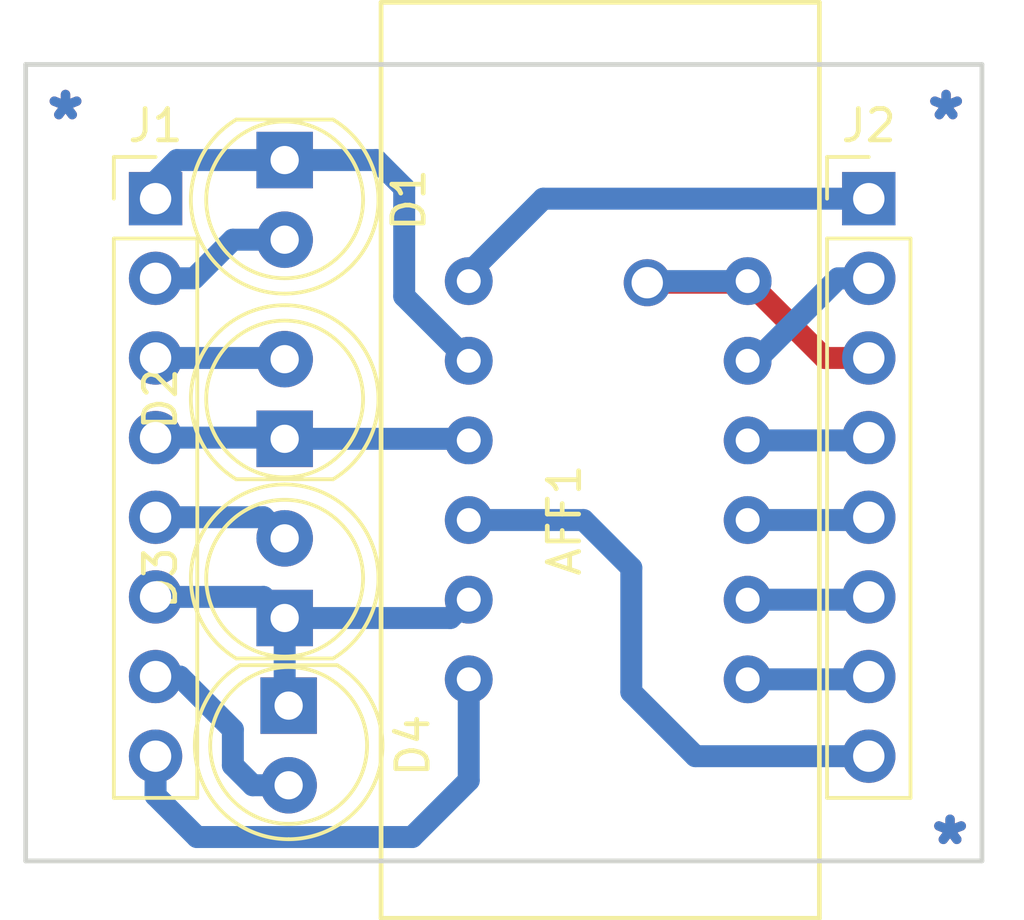
<source format=kicad_pcb>
(kicad_pcb (version 4) (host pcbnew 4.0.7)

  (general
    (links 20)
    (no_connects 0)
    (area 21.966667 43.463799 54.766534 73.223801)
    (thickness 1.6)
    (drawings 10)
    (tracks 61)
    (zones 0)
    (modules 7)
    (nets 17)
  )

  (page A4)
  (layers
    (0 F.Cu signal)
    (31 B.Cu signal)
    (32 B.Adhes user)
    (33 F.Adhes user)
    (34 B.Paste user)
    (35 F.Paste user)
    (36 B.SilkS user)
    (37 F.SilkS user)
    (38 B.Mask user)
    (39 F.Mask user)
    (40 Dwgs.User user)
    (41 Cmts.User user)
    (42 Eco1.User user)
    (43 Eco2.User user)
    (44 Edge.Cuts user)
    (45 Margin user)
    (46 B.CrtYd user)
    (47 F.CrtYd user)
    (48 B.Fab user)
    (49 F.Fab user)
  )

  (setup
    (last_trace_width 0.7)
    (trace_clearance 0.2)
    (zone_clearance 0.508)
    (zone_45_only no)
    (trace_min 0.2)
    (segment_width 0.2)
    (edge_width 0.15)
    (via_size 1.5)
    (via_drill 1)
    (via_min_size 0.4)
    (via_min_drill 0.3)
    (uvia_size 0.3)
    (uvia_drill 0.1)
    (uvias_allowed no)
    (uvia_min_size 0.2)
    (uvia_min_drill 0.1)
    (pcb_text_width 0.3)
    (pcb_text_size 1.5 1.5)
    (mod_edge_width 0.15)
    (mod_text_size 1 1)
    (mod_text_width 0.15)
    (pad_size 1.7 1.7)
    (pad_drill 1)
    (pad_to_mask_clearance 0.2)
    (aux_axis_origin 0 0)
    (visible_elements FFFFFF7F)
    (pcbplotparams
      (layerselection 0x00000_80000000)
      (usegerberextensions false)
      (excludeedgelayer true)
      (linewidth 0.100000)
      (plotframeref false)
      (viasonmask false)
      (mode 1)
      (useauxorigin false)
      (hpglpennumber 1)
      (hpglpenspeed 20)
      (hpglpendiameter 15)
      (hpglpenoverlay 2)
      (psnegative false)
      (psa4output false)
      (plotreference true)
      (plotvalue true)
      (plotinvisibletext false)
      (padsonsilk false)
      (subtractmaskfromsilk false)
      (outputformat 5)
      (mirror false)
      (drillshape 0)
      (scaleselection 1)
      (outputdirectory ""))
  )

  (net 0 "")
  (net 1 /C3)
  (net 2 /C1)
  (net 3 /C4)
  (net 4 /C5)
  (net 5 /C2)
  (net 6 /A8)
  (net 7 /C7)
  (net 8 /A2)
  (net 9 /A3)
  (net 10 /C8)
  (net 11 /C6)
  (net 12 /A5)
  (net 13 /A4)
  (net 14 /A7)
  (net 15 /A6)
  (net 16 /A1)

  (net_class Default "This is the default net class."
    (clearance 0.2)
    (trace_width 0.7)
    (via_dia 1.5)
    (via_drill 1)
    (uvia_dia 0.3)
    (uvia_drill 0.1)
    (add_net /A1)
    (add_net /A2)
    (add_net /A3)
    (add_net /A4)
    (add_net /A5)
    (add_net /A6)
    (add_net /A7)
    (add_net /A8)
    (add_net /C1)
    (add_net /C2)
    (add_net /C3)
    (add_net /C4)
    (add_net /C5)
    (add_net /C6)
    (add_net /C7)
    (add_net /C8)
  )

  (module LEDs:LED_D5.0mm (layer F.Cu) (tedit 5995936A) (tstamp 59A2EE3B)
    (at 31.115 48.768 270)
    (descr "LED, diameter 5.0mm, 2 pins, http://cdn-reichelt.de/documents/datenblatt/A500/LL-504BC2E-009.pdf")
    (tags "LED diameter 5.0mm 2 pins")
    (path /59A2E1C4)
    (fp_text reference D1 (at 1.27 -3.96 270) (layer F.SilkS)
      (effects (font (size 1 1) (thickness 0.15)))
    )
    (fp_text value LED (at 1.27 3.96 270) (layer F.Fab)
      (effects (font (size 1 1) (thickness 0.15)))
    )
    (fp_arc (start 1.27 0) (end -1.23 -1.469694) (angle 299.1) (layer F.Fab) (width 0.1))
    (fp_arc (start 1.27 0) (end -1.29 -1.54483) (angle 148.9) (layer F.SilkS) (width 0.12))
    (fp_arc (start 1.27 0) (end -1.29 1.54483) (angle -148.9) (layer F.SilkS) (width 0.12))
    (fp_circle (center 1.27 0) (end 3.77 0) (layer F.Fab) (width 0.1))
    (fp_circle (center 1.27 0) (end 3.77 0) (layer F.SilkS) (width 0.12))
    (fp_line (start -1.23 -1.469694) (end -1.23 1.469694) (layer F.Fab) (width 0.1))
    (fp_line (start -1.29 -1.545) (end -1.29 1.545) (layer F.SilkS) (width 0.12))
    (fp_line (start -1.95 -3.25) (end -1.95 3.25) (layer F.CrtYd) (width 0.05))
    (fp_line (start -1.95 3.25) (end 4.5 3.25) (layer F.CrtYd) (width 0.05))
    (fp_line (start 4.5 3.25) (end 4.5 -3.25) (layer F.CrtYd) (width 0.05))
    (fp_line (start 4.5 -3.25) (end -1.95 -3.25) (layer F.CrtYd) (width 0.05))
    (fp_text user %R (at 1.25 0 270) (layer F.Fab)
      (effects (font (size 0.8 0.8) (thickness 0.2)))
    )
    (pad 1 thru_hole rect (at 0 0 270) (size 1.8 1.8) (drill 0.9) (layers *.Cu *.Mask)
      (net 2 /C1))
    (pad 2 thru_hole circle (at 2.54 0 270) (size 1.8 1.8) (drill 0.9) (layers *.Cu *.Mask)
      (net 13 /A4))
    (model ${KISYS3DMOD}/LEDs.3dshapes/LED_D5.0mm.wrl
      (at (xyz 0 0 0))
      (scale (xyz 0.393701 0.393701 0.393701))
      (rotate (xyz 0 0 0))
    )
  )

  (module LEDs:LED_D5.0mm (layer F.Cu) (tedit 5995936A) (tstamp 59A2EE41)
    (at 31.115 57.658 90)
    (descr "LED, diameter 5.0mm, 2 pins, http://cdn-reichelt.de/documents/datenblatt/A500/LL-504BC2E-009.pdf")
    (tags "LED diameter 5.0mm 2 pins")
    (path /59D0F748)
    (fp_text reference D2 (at 1.27 -3.96 90) (layer F.SilkS)
      (effects (font (size 1 1) (thickness 0.15)))
    )
    (fp_text value LED (at 1.27 3.96 90) (layer F.Fab)
      (effects (font (size 1 1) (thickness 0.15)))
    )
    (fp_arc (start 1.27 0) (end -1.23 -1.469694) (angle 299.1) (layer F.Fab) (width 0.1))
    (fp_arc (start 1.27 0) (end -1.29 -1.54483) (angle 148.9) (layer F.SilkS) (width 0.12))
    (fp_arc (start 1.27 0) (end -1.29 1.54483) (angle -148.9) (layer F.SilkS) (width 0.12))
    (fp_circle (center 1.27 0) (end 3.77 0) (layer F.Fab) (width 0.1))
    (fp_circle (center 1.27 0) (end 3.77 0) (layer F.SilkS) (width 0.12))
    (fp_line (start -1.23 -1.469694) (end -1.23 1.469694) (layer F.Fab) (width 0.1))
    (fp_line (start -1.29 -1.545) (end -1.29 1.545) (layer F.SilkS) (width 0.12))
    (fp_line (start -1.95 -3.25) (end -1.95 3.25) (layer F.CrtYd) (width 0.05))
    (fp_line (start -1.95 3.25) (end 4.5 3.25) (layer F.CrtYd) (width 0.05))
    (fp_line (start 4.5 3.25) (end 4.5 -3.25) (layer F.CrtYd) (width 0.05))
    (fp_line (start 4.5 -3.25) (end -1.95 -3.25) (layer F.CrtYd) (width 0.05))
    (fp_text user %R (at 1.25 0 90) (layer F.Fab)
      (effects (font (size 0.8 0.8) (thickness 0.2)))
    )
    (pad 1 thru_hole rect (at 0 0 90) (size 1.8 1.8) (drill 0.9) (layers *.Cu *.Mask)
      (net 3 /C4))
    (pad 2 thru_hole circle (at 2.54 0 90) (size 1.8 1.8) (drill 0.9) (layers *.Cu *.Mask)
      (net 15 /A6))
    (model ${KISYS3DMOD}/LEDs.3dshapes/LED_D5.0mm.wrl
      (at (xyz 0 0 0))
      (scale (xyz 0.393701 0.393701 0.393701))
      (rotate (xyz 0 0 0))
    )
  )

  (module Pin_Headers:Pin_Header_Straight_1x08_Pitch2.54mm (layer F.Cu) (tedit 59650532) (tstamp 59A2EE4D)
    (at 27 50)
    (descr "Through hole straight pin header, 1x08, 2.54mm pitch, single row")
    (tags "Through hole pin header THT 1x08 2.54mm single row")
    (path /59A2E0FD)
    (fp_text reference J1 (at 0 -2.33) (layer F.SilkS)
      (effects (font (size 1 1) (thickness 0.15)))
    )
    (fp_text value CONN_01X08 (at 0 20.11) (layer F.Fab)
      (effects (font (size 1 1) (thickness 0.15)))
    )
    (fp_line (start -0.635 -1.27) (end 1.27 -1.27) (layer F.Fab) (width 0.1))
    (fp_line (start 1.27 -1.27) (end 1.27 19.05) (layer F.Fab) (width 0.1))
    (fp_line (start 1.27 19.05) (end -1.27 19.05) (layer F.Fab) (width 0.1))
    (fp_line (start -1.27 19.05) (end -1.27 -0.635) (layer F.Fab) (width 0.1))
    (fp_line (start -1.27 -0.635) (end -0.635 -1.27) (layer F.Fab) (width 0.1))
    (fp_line (start -1.33 19.11) (end 1.33 19.11) (layer F.SilkS) (width 0.12))
    (fp_line (start -1.33 1.27) (end -1.33 19.11) (layer F.SilkS) (width 0.12))
    (fp_line (start 1.33 1.27) (end 1.33 19.11) (layer F.SilkS) (width 0.12))
    (fp_line (start -1.33 1.27) (end 1.33 1.27) (layer F.SilkS) (width 0.12))
    (fp_line (start -1.33 0) (end -1.33 -1.33) (layer F.SilkS) (width 0.12))
    (fp_line (start -1.33 -1.33) (end 0 -1.33) (layer F.SilkS) (width 0.12))
    (fp_line (start -1.8 -1.8) (end -1.8 19.55) (layer F.CrtYd) (width 0.05))
    (fp_line (start -1.8 19.55) (end 1.8 19.55) (layer F.CrtYd) (width 0.05))
    (fp_line (start 1.8 19.55) (end 1.8 -1.8) (layer F.CrtYd) (width 0.05))
    (fp_line (start 1.8 -1.8) (end -1.8 -1.8) (layer F.CrtYd) (width 0.05))
    (fp_text user %R (at 0 8.89 90) (layer F.Fab)
      (effects (font (size 1 1) (thickness 0.15)))
    )
    (pad 1 thru_hole rect (at 0 0) (size 1.7 1.7) (drill 1) (layers *.Cu *.Mask)
      (net 2 /C1))
    (pad 2 thru_hole oval (at 0 2.54) (size 1.7 1.7) (drill 1) (layers *.Cu *.Mask)
      (net 13 /A4))
    (pad 3 thru_hole oval (at 0 5.08) (size 1.7 1.7) (drill 1) (layers *.Cu *.Mask)
      (net 15 /A6))
    (pad 4 thru_hole oval (at 0 7.62) (size 1.7 1.7) (drill 1) (layers *.Cu *.Mask)
      (net 3 /C4))
    (pad 5 thru_hole oval (at 0 10.16) (size 1.7 1.7) (drill 1) (layers *.Cu *.Mask)
      (net 16 /A1))
    (pad 6 thru_hole oval (at 0 12.7) (size 1.7 1.7) (drill 1) (layers *.Cu *.Mask)
      (net 5 /C2))
    (pad 7 thru_hole oval (at 0 15.24) (size 1.7 1.7) (drill 1) (layers *.Cu *.Mask)
      (net 14 /A7))
    (pad 8 thru_hole oval (at 0 17.78) (size 1.7 1.7) (drill 1) (layers *.Cu *.Mask)
      (net 6 /A8))
    (model ${KISYS3DMOD}/Pin_Headers.3dshapes/Pin_Header_Straight_1x08_Pitch2.54mm.wrl
      (at (xyz 0 0 0))
      (scale (xyz 1 1 1))
      (rotate (xyz 0 0 0))
    )
  )

  (module Pin_Headers:Pin_Header_Straight_1x08_Pitch2.54mm (layer F.Cu) (tedit 59650532) (tstamp 59A2EE59)
    (at 49.7332 50)
    (descr "Through hole straight pin header, 1x08, 2.54mm pitch, single row")
    (tags "Through hole pin header THT 1x08 2.54mm single row")
    (path /59A2E045)
    (fp_text reference J2 (at 0 -2.33) (layer F.SilkS)
      (effects (font (size 1 1) (thickness 0.15)))
    )
    (fp_text value CONN_01X08 (at 0 20.11) (layer F.Fab)
      (effects (font (size 1 1) (thickness 0.15)))
    )
    (fp_line (start -0.635 -1.27) (end 1.27 -1.27) (layer F.Fab) (width 0.1))
    (fp_line (start 1.27 -1.27) (end 1.27 19.05) (layer F.Fab) (width 0.1))
    (fp_line (start 1.27 19.05) (end -1.27 19.05) (layer F.Fab) (width 0.1))
    (fp_line (start -1.27 19.05) (end -1.27 -0.635) (layer F.Fab) (width 0.1))
    (fp_line (start -1.27 -0.635) (end -0.635 -1.27) (layer F.Fab) (width 0.1))
    (fp_line (start -1.33 19.11) (end 1.33 19.11) (layer F.SilkS) (width 0.12))
    (fp_line (start -1.33 1.27) (end -1.33 19.11) (layer F.SilkS) (width 0.12))
    (fp_line (start 1.33 1.27) (end 1.33 19.11) (layer F.SilkS) (width 0.12))
    (fp_line (start -1.33 1.27) (end 1.33 1.27) (layer F.SilkS) (width 0.12))
    (fp_line (start -1.33 0) (end -1.33 -1.33) (layer F.SilkS) (width 0.12))
    (fp_line (start -1.33 -1.33) (end 0 -1.33) (layer F.SilkS) (width 0.12))
    (fp_line (start -1.8 -1.8) (end -1.8 19.55) (layer F.CrtYd) (width 0.05))
    (fp_line (start -1.8 19.55) (end 1.8 19.55) (layer F.CrtYd) (width 0.05))
    (fp_line (start 1.8 19.55) (end 1.8 -1.8) (layer F.CrtYd) (width 0.05))
    (fp_line (start 1.8 -1.8) (end -1.8 -1.8) (layer F.CrtYd) (width 0.05))
    (fp_text user %R (at 0 8.89 90) (layer F.Fab)
      (effects (font (size 1 1) (thickness 0.15)))
    )
    (pad 1 thru_hole rect (at 0 0) (size 1.7 1.7) (drill 1) (layers *.Cu *.Mask)
      (net 1 /C3))
    (pad 2 thru_hole oval (at 0 2.54) (size 1.7 1.7) (drill 1) (layers *.Cu *.Mask)
      (net 11 /C6))
    (pad 3 thru_hole oval (at 0 5.08) (size 1.7 1.7) (drill 1) (layers *.Cu *.Mask)
      (net 12 /A5))
    (pad 4 thru_hole oval (at 0 7.62) (size 1.7 1.7) (drill 1) (layers *.Cu *.Mask)
      (net 10 /C8))
    (pad 5 thru_hole oval (at 0 10.16) (size 1.7 1.7) (drill 1) (layers *.Cu *.Mask)
      (net 9 /A3))
    (pad 6 thru_hole oval (at 0 12.7) (size 1.7 1.7) (drill 1) (layers *.Cu *.Mask)
      (net 8 /A2))
    (pad 7 thru_hole oval (at 0 15.24) (size 1.7 1.7) (drill 1) (layers *.Cu *.Mask)
      (net 7 /C7))
    (pad 8 thru_hole oval (at 0 17.78) (size 1.7 1.7) (drill 1) (layers *.Cu *.Mask)
      (net 4 /C5))
    (model ${KISYS3DMOD}/Pin_Headers.3dshapes/Pin_Header_Straight_1x08_Pitch2.54mm.wrl
      (at (xyz 0 0 0))
      (scale (xyz 1 1 1))
      (rotate (xyz 0 0 0))
    )
  )

  (module my_display:SMA413064 (layer F.Cu) (tedit 59A2EC9F) (tstamp 59A2EE35)
    (at 36.9824 52.6288)
    (path /59A2E563)
    (fp_text reference AFF1 (at 3.048 7.62 90) (layer F.SilkS)
      (effects (font (size 1 1) (thickness 0.15)))
    )
    (fp_text value CA56-12 (at 5.334 6.604 90) (layer F.Fab)
      (effects (font (size 1 1) (thickness 0.15)))
    )
    (fp_line (start 11.176 -8.89) (end 11.176 20.32) (layer F.SilkS) (width 0.15))
    (fp_line (start 11.176 20.32) (end -2.794 20.32) (layer F.SilkS) (width 0.15))
    (fp_line (start -2.794 20.32) (end -2.794 -8.89) (layer F.SilkS) (width 0.15))
    (fp_line (start -2.794 -8.89) (end 11.176 -8.89) (layer F.Fab) (width 0.15))
    (fp_line (start 11.176 -8.89) (end 11.176 20.32) (layer F.Fab) (width 0.15))
    (fp_line (start 11.176 20.32) (end -2.794 20.32) (layer F.Fab) (width 0.15))
    (fp_line (start -2.794 20.32) (end -2.794 -8.89) (layer F.Fab) (width 0.15))
    (fp_line (start -2.794 -8.89) (end 11.176 -8.89) (layer F.SilkS) (width 0.15))
    (pad 1 thru_hole circle (at 0 0) (size 1.524 1.524) (drill 0.762) (layers *.Cu *.Mask)
      (net 1 /C3))
    (pad 2 thru_hole circle (at 0 2.54) (size 1.524 1.524) (drill 0.762) (layers *.Cu *.Mask)
      (net 2 /C1))
    (pad 3 thru_hole circle (at 0 5.08) (size 1.524 1.524) (drill 0.762) (layers *.Cu *.Mask)
      (net 3 /C4))
    (pad 4 thru_hole circle (at 0 7.62) (size 1.524 1.524) (drill 0.762) (layers *.Cu *.Mask)
      (net 4 /C5))
    (pad 5 thru_hole circle (at 0 10.16) (size 1.524 1.524) (drill 0.762) (layers *.Cu *.Mask)
      (net 5 /C2))
    (pad 6 thru_hole circle (at 0 12.7) (size 1.524 1.524) (drill 0.762) (layers *.Cu *.Mask)
      (net 6 /A8))
    (pad 7 thru_hole circle (at 8.89 12.7) (size 1.524 1.524) (drill 0.762) (layers *.Cu *.Mask)
      (net 7 /C7))
    (pad 8 thru_hole circle (at 8.89 10.16) (size 1.524 1.524) (drill 0.762) (layers *.Cu *.Mask)
      (net 8 /A2))
    (pad 9 thru_hole circle (at 8.89 7.62) (size 1.524 1.524) (drill 0.762) (layers *.Cu *.Mask)
      (net 9 /A3))
    (pad 10 thru_hole circle (at 8.89 5.08) (size 1.524 1.524) (drill 0.762) (layers *.Cu *.Mask)
      (net 10 /C8))
    (pad 11 thru_hole circle (at 8.89 2.54) (size 1.524 1.524) (drill 0.762) (layers *.Cu *.Mask)
      (net 11 /C6))
    (pad 12 thru_hole circle (at 8.89 0) (size 1.524 1.524) (drill 0.762) (layers *.Cu *.Mask)
      (net 12 /A5))
  )

  (module LEDs:LED_D5.0mm (layer F.Cu) (tedit 5995936A) (tstamp 59D0F75C)
    (at 31.115 63.373 90)
    (descr "LED, diameter 5.0mm, 2 pins, http://cdn-reichelt.de/documents/datenblatt/A500/LL-504BC2E-009.pdf")
    (tags "LED diameter 5.0mm 2 pins")
    (path /59A2E1E5)
    (fp_text reference D3 (at 1.27 -3.96 90) (layer F.SilkS)
      (effects (font (size 1 1) (thickness 0.15)))
    )
    (fp_text value LED (at 1.27 3.96 90) (layer F.Fab)
      (effects (font (size 1 1) (thickness 0.15)))
    )
    (fp_arc (start 1.27 0) (end -1.23 -1.469694) (angle 299.1) (layer F.Fab) (width 0.1))
    (fp_arc (start 1.27 0) (end -1.29 -1.54483) (angle 148.9) (layer F.SilkS) (width 0.12))
    (fp_arc (start 1.27 0) (end -1.29 1.54483) (angle -148.9) (layer F.SilkS) (width 0.12))
    (fp_circle (center 1.27 0) (end 3.77 0) (layer F.Fab) (width 0.1))
    (fp_circle (center 1.27 0) (end 3.77 0) (layer F.SilkS) (width 0.12))
    (fp_line (start -1.23 -1.469694) (end -1.23 1.469694) (layer F.Fab) (width 0.1))
    (fp_line (start -1.29 -1.545) (end -1.29 1.545) (layer F.SilkS) (width 0.12))
    (fp_line (start -1.95 -3.25) (end -1.95 3.25) (layer F.CrtYd) (width 0.05))
    (fp_line (start -1.95 3.25) (end 4.5 3.25) (layer F.CrtYd) (width 0.05))
    (fp_line (start 4.5 3.25) (end 4.5 -3.25) (layer F.CrtYd) (width 0.05))
    (fp_line (start 4.5 -3.25) (end -1.95 -3.25) (layer F.CrtYd) (width 0.05))
    (fp_text user %R (at 1.25 0 90) (layer F.Fab)
      (effects (font (size 0.8 0.8) (thickness 0.2)))
    )
    (pad 1 thru_hole rect (at 0 0 90) (size 1.8 1.8) (drill 0.9) (layers *.Cu *.Mask)
      (net 5 /C2))
    (pad 2 thru_hole circle (at 2.54 0 90) (size 1.8 1.8) (drill 0.9) (layers *.Cu *.Mask)
      (net 16 /A1))
    (model ${KISYS3DMOD}/LEDs.3dshapes/LED_D5.0mm.wrl
      (at (xyz 0 0 0))
      (scale (xyz 0.393701 0.393701 0.393701))
      (rotate (xyz 0 0 0))
    )
  )

  (module LEDs:LED_D5.0mm (layer F.Cu) (tedit 5995936A) (tstamp 59D0F762)
    (at 31.242 66.167 270)
    (descr "LED, diameter 5.0mm, 2 pins, http://cdn-reichelt.de/documents/datenblatt/A500/LL-504BC2E-009.pdf")
    (tags "LED diameter 5.0mm 2 pins")
    (path /59D0F800)
    (fp_text reference D4 (at 1.27 -3.96 270) (layer F.SilkS)
      (effects (font (size 1 1) (thickness 0.15)))
    )
    (fp_text value LED (at 1.27 3.96 270) (layer F.Fab)
      (effects (font (size 1 1) (thickness 0.15)))
    )
    (fp_arc (start 1.27 0) (end -1.23 -1.469694) (angle 299.1) (layer F.Fab) (width 0.1))
    (fp_arc (start 1.27 0) (end -1.29 -1.54483) (angle 148.9) (layer F.SilkS) (width 0.12))
    (fp_arc (start 1.27 0) (end -1.29 1.54483) (angle -148.9) (layer F.SilkS) (width 0.12))
    (fp_circle (center 1.27 0) (end 3.77 0) (layer F.Fab) (width 0.1))
    (fp_circle (center 1.27 0) (end 3.77 0) (layer F.SilkS) (width 0.12))
    (fp_line (start -1.23 -1.469694) (end -1.23 1.469694) (layer F.Fab) (width 0.1))
    (fp_line (start -1.29 -1.545) (end -1.29 1.545) (layer F.SilkS) (width 0.12))
    (fp_line (start -1.95 -3.25) (end -1.95 3.25) (layer F.CrtYd) (width 0.05))
    (fp_line (start -1.95 3.25) (end 4.5 3.25) (layer F.CrtYd) (width 0.05))
    (fp_line (start 4.5 3.25) (end 4.5 -3.25) (layer F.CrtYd) (width 0.05))
    (fp_line (start 4.5 -3.25) (end -1.95 -3.25) (layer F.CrtYd) (width 0.05))
    (fp_text user %R (at 1.25 0 270) (layer F.Fab)
      (effects (font (size 0.8 0.8) (thickness 0.2)))
    )
    (pad 1 thru_hole rect (at 0 0 270) (size 1.8 1.8) (drill 0.9) (layers *.Cu *.Mask)
      (net 5 /C2))
    (pad 2 thru_hole circle (at 2.54 0 270) (size 1.8 1.8) (drill 0.9) (layers *.Cu *.Mask)
      (net 14 /A7))
    (model ${KISYS3DMOD}/LEDs.3dshapes/LED_D5.0mm.wrl
      (at (xyz 0 0 0))
      (scale (xyz 0.393701 0.393701 0.393701))
      (rotate (xyz 0 0 0))
    )
  )

  (gr_text * (at 52.197 47.498) (layer B.Cu)
    (effects (font (size 1.5 1.5) (thickness 0.3)) (justify mirror))
  )
  (gr_text * (at 52.197 47.498) (layer F.Cu)
    (effects (font (size 1.5 1.5) (thickness 0.3)))
  )
  (gr_text * (at 52.324 70.612) (layer B.Cu) (tstamp 59D0FA43)
    (effects (font (size 1.5 1.5) (thickness 0.3)) (justify mirror))
  )
  (gr_text * (at 52.324 70.612) (layer F.Cu) (tstamp 59D0FA42)
    (effects (font (size 1.5 1.5) (thickness 0.3)))
  )
  (gr_text * (at 24.13 47.498) (layer F.Cu)
    (effects (font (size 1.5 1.5) (thickness 0.3)))
  )
  (gr_text * (at 24.13 47.498) (layer B.Cu)
    (effects (font (size 1.5 1.5) (thickness 0.3)) (justify mirror))
  )
  (gr_line (start 22.86 71.12) (end 22.86 45.72) (angle 90) (layer Edge.Cuts) (width 0.15))
  (gr_line (start 53.34 71.12) (end 22.86 71.12) (angle 90) (layer Edge.Cuts) (width 0.15))
  (gr_line (start 53.34 45.72) (end 53.34 71.12) (angle 90) (layer Edge.Cuts) (width 0.15))
  (gr_line (start 22.86 45.72) (end 53.34 45.72) (angle 90) (layer Edge.Cuts) (width 0.15))

  (segment (start 36.9824 52.6288) (end 36.9824 52.3748) (width 1) (layer B.Cu) (net 1))
  (segment (start 36.9824 52.3748) (end 39.3572 50) (width 0.7) (layer B.Cu) (net 1) (tstamp 59A2F27F))
  (segment (start 39.3572 50) (end 49.7332 50) (width 0.7) (layer B.Cu) (net 1) (tstamp 59A2F281))
  (segment (start 31.115 48.768) (end 34.036 48.768) (width 0.7) (layer B.Cu) (net 2))
  (segment (start 34.925 53.1114) (end 36.9824 55.1688) (width 0.7) (layer B.Cu) (net 2) (tstamp 59D0F850))
  (segment (start 34.925 49.657) (end 34.925 53.1114) (width 0.7) (layer B.Cu) (net 2) (tstamp 59D0F84F))
  (segment (start 34.036 48.768) (end 34.925 49.657) (width 0.7) (layer B.Cu) (net 2) (tstamp 59D0F84E))
  (segment (start 27 50) (end 27 49.454) (width 0.7) (layer B.Cu) (net 2))
  (segment (start 27 49.454) (end 27.686 48.768) (width 0.7) (layer B.Cu) (net 2) (tstamp 59D0F84A))
  (segment (start 27.686 48.768) (end 31.115 48.768) (width 0.7) (layer B.Cu) (net 2) (tstamp 59D0F84B))
  (segment (start 31.115 57.658) (end 36.9316 57.658) (width 0.7) (layer B.Cu) (net 3))
  (segment (start 36.9316 57.658) (end 36.9824 57.7088) (width 0.7) (layer B.Cu) (net 3) (tstamp 59D0F88B))
  (segment (start 27 57.62) (end 31.077 57.62) (width 0.7) (layer B.Cu) (net 3))
  (segment (start 31.077 57.62) (end 31.115 57.658) (width 0.7) (layer B.Cu) (net 3) (tstamp 59D0F887))
  (segment (start 36.8936 57.62) (end 36.9824 57.7088) (width 1) (layer B.Cu) (net 3) (tstamp 59A2F156))
  (segment (start 36.9824 60.2488) (end 40.64 60.2488) (width 0.7) (layer B.Cu) (net 4))
  (segment (start 44.2088 67.78) (end 49.7332 67.78) (width 0.7) (layer B.Cu) (net 4) (tstamp 59A2F0C3))
  (segment (start 42.164 65.7352) (end 44.2088 67.78) (width 0.7) (layer B.Cu) (net 4) (tstamp 59A2F0C1))
  (segment (start 42.164 61.7728) (end 42.164 65.7352) (width 0.7) (layer B.Cu) (net 4) (tstamp 59A2F0C0))
  (segment (start 40.64 60.2488) (end 42.164 61.7728) (width 0.7) (layer B.Cu) (net 4) (tstamp 59A2F0BE))
  (segment (start 31.115 63.373) (end 31.115 66.04) (width 0.7) (layer B.Cu) (net 5))
  (segment (start 31.115 66.04) (end 31.242 66.167) (width 0.7) (layer B.Cu) (net 5) (tstamp 59D0F956))
  (segment (start 31.115 63.373) (end 36.3982 63.373) (width 0.7) (layer B.Cu) (net 5))
  (segment (start 36.3982 63.373) (end 36.9824 62.7888) (width 0.7) (layer B.Cu) (net 5) (tstamp 59D0F8DA))
  (segment (start 27 62.7) (end 30.442 62.7) (width 0.7) (layer B.Cu) (net 5))
  (segment (start 30.442 62.7) (end 31.115 63.373) (width 0.7) (layer B.Cu) (net 5) (tstamp 59D0F8D7))
  (segment (start 27 67.78) (end 27 69.037) (width 0.7) (layer B.Cu) (net 6))
  (segment (start 36.9824 68.5546) (end 36.9824 65.3288) (width 0.7) (layer B.Cu) (net 6) (tstamp 59D0F962))
  (segment (start 35.179 70.358) (end 36.9824 68.5546) (width 0.7) (layer B.Cu) (net 6) (tstamp 59D0F961))
  (segment (start 28.321 70.358) (end 35.179 70.358) (width 0.7) (layer B.Cu) (net 6) (tstamp 59D0F960))
  (segment (start 27 69.037) (end 28.321 70.358) (width 0.7) (layer B.Cu) (net 6) (tstamp 59D0F95F))
  (segment (start 27 67.78) (end 27 68.402) (width 0.7) (layer B.Cu) (net 6))
  (segment (start 45.8724 65.3288) (end 49.6444 65.3288) (width 0.7) (layer B.Cu) (net 7))
  (segment (start 49.6444 65.3288) (end 49.7332 65.24) (width 1) (layer B.Cu) (net 7) (tstamp 59A2F099))
  (segment (start 45.8724 62.7888) (end 49.6444 62.7888) (width 0.7) (layer B.Cu) (net 8))
  (segment (start 49.6444 62.7888) (end 49.7332 62.7) (width 1) (layer B.Cu) (net 8) (tstamp 59A2F096))
  (segment (start 45.8724 60.2488) (end 49.6444 60.2488) (width 0.7) (layer B.Cu) (net 9))
  (segment (start 49.6444 60.2488) (end 49.7332 60.16) (width 1) (layer B.Cu) (net 9) (tstamp 59A2F093))
  (segment (start 45.8724 57.7088) (end 49.6444 57.7088) (width 0.7) (layer B.Cu) (net 10))
  (segment (start 49.6444 57.7088) (end 49.7332 57.62) (width 1) (layer B.Cu) (net 10) (tstamp 59A2F090))
  (segment (start 45.8724 55.1688) (end 46.1264 55.1688) (width 1) (layer B.Cu) (net 11))
  (segment (start 46.1264 55.1688) (end 48.7552 52.54) (width 0.7) (layer B.Cu) (net 11) (tstamp 59A2F09C))
  (segment (start 48.7552 52.54) (end 49.7332 52.54) (width 0.7) (layer B.Cu) (net 11) (tstamp 59A2F09E))
  (segment (start 49.7332 55.08) (end 48.3236 55.08) (width 0.7) (layer F.Cu) (net 12))
  (segment (start 48.3236 55.08) (end 45.9232 52.6796) (width 0.7) (layer F.Cu) (net 12) (tstamp 59A2F2D4))
  (segment (start 45.9232 52.6796) (end 42.672 52.6796) (width 0.7) (layer F.Cu) (net 12) (tstamp 59A2F2D5))
  (via (at 42.672 52.6796) (size 1.5) (drill 1) (layers F.Cu B.Cu) (net 12))
  (segment (start 42.672 52.6796) (end 42.7228 52.6288) (width 1) (layer B.Cu) (net 12) (tstamp 59A2F2D7))
  (segment (start 42.7228 52.6288) (end 45.8724 52.6288) (width 0.7) (layer B.Cu) (net 12) (tstamp 59A2F2D8))
  (segment (start 27 52.54) (end 28.232 52.54) (width 0.7) (layer B.Cu) (net 13))
  (segment (start 29.464 51.308) (end 31.115 51.308) (width 0.7) (layer B.Cu) (net 13) (tstamp 59D0F855))
  (segment (start 28.232 52.54) (end 29.464 51.308) (width 0.7) (layer B.Cu) (net 13) (tstamp 59D0F854))
  (segment (start 27 65.24) (end 27.775 65.24) (width 0.7) (layer B.Cu) (net 14))
  (segment (start 27.775 65.24) (end 29.464 66.929) (width 0.7) (layer B.Cu) (net 14) (tstamp 59D0F959))
  (segment (start 29.464 66.929) (end 29.464 68.072) (width 0.7) (layer B.Cu) (net 14) (tstamp 59D0F95A))
  (segment (start 29.464 68.072) (end 30.099 68.707) (width 0.7) (layer B.Cu) (net 14) (tstamp 59D0F95B))
  (segment (start 30.099 68.707) (end 31.242 68.707) (width 0.7) (layer B.Cu) (net 14) (tstamp 59D0F95C))
  (segment (start 27 55.08) (end 31.077 55.08) (width 0.7) (layer B.Cu) (net 15))
  (segment (start 31.077 55.08) (end 31.115 55.118) (width 0.7) (layer B.Cu) (net 15) (tstamp 59D0F858))
  (segment (start 27 60.16) (end 30.442 60.16) (width 0.7) (layer B.Cu) (net 16))
  (segment (start 30.442 60.16) (end 31.115 60.833) (width 0.7) (layer B.Cu) (net 16) (tstamp 59D0F8D4))

)

</source>
